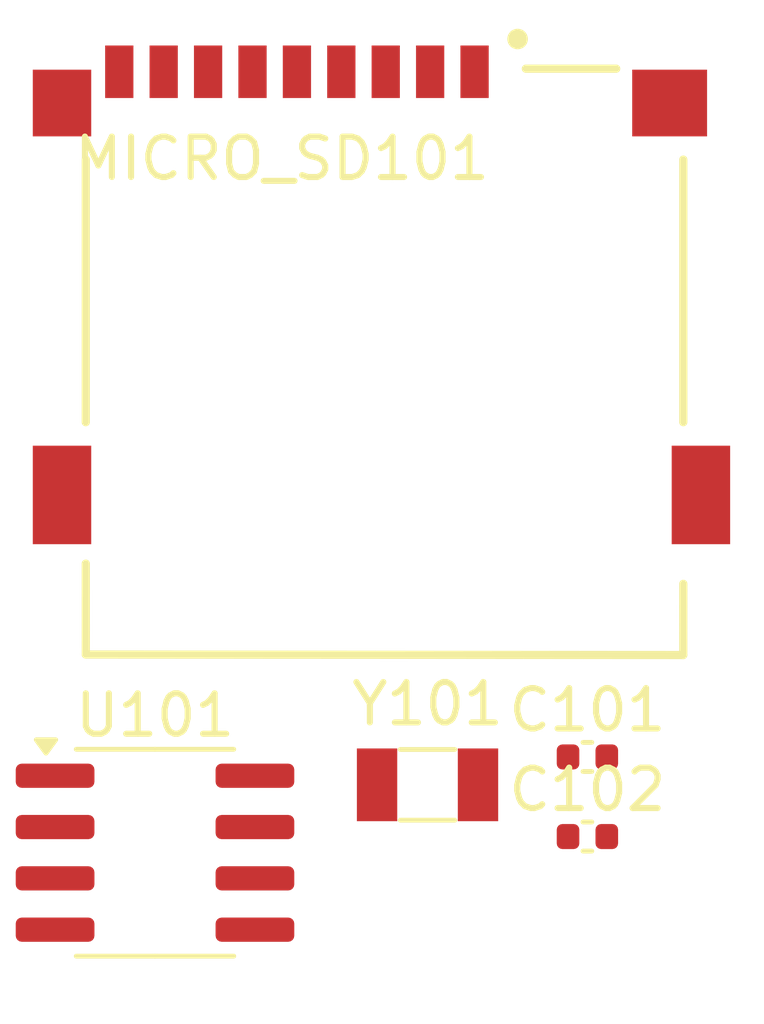
<source format=kicad_pcb>
(kicad_pcb (version 20240108) (generator "pcbnew") (generator_version "8.0")
  (layers (0 "F.Cu" signal) (31 "B.Cu" signal) (34 "B.Paste" user) (35 "F.Paste" user) (36 "B.SilkS" user "B.Silkscreen") (37 "F.SilkS" user "F.Silkscreen") (38 "B.Mask" user) (39 "F.Mask" user) (44 "Edge.Cuts" user))
  (net 0 "")
  (net 1 "GND")
  (net 2 "VDD")
  (net 3 "+BATT")
  (net 4 "/SD_MOSI")
  (net 6 "/SD_DET")
  (net 8 "/SD_CLK")
  (net 9 "/SD_MISO")
  (net 10 "/SD_SS")
  (net 11 "/I2C_SDA")
  (net 12 "/I2C_SCL")
  (net 14 "Net-(U101-OSCI)")
  (net 15 "Net-(U101-OSCO)")
  (footprint "Package_SO:SOIC-8_3.9x4.9mm_P1.27mm" (layer "F.Cu") (at 149.21 109.8)
    (property "Reference" "U101" (at 0 -3.4 0) (layer "F.SilkS"))
    (property "Value" "PCF8563T")
    (fp_line (start 0 -2.56) (end -1.95 -2.56) (stroke (width 0.12)) (layer "F.SilkS"))
    (fp_line (start 0 -2.56) (end 1.95 -2.56) (stroke (width 0.12)) (layer "F.SilkS"))
    (fp_line (start 0 2.56) (end -1.95 2.56) (stroke (width 0.12)) (layer "F.SilkS"))
    (fp_line (start 0 2.56) (end 1.95 2.56) (stroke (width 0.12)) (layer "F.SilkS"))
    (fp_poly (pts (xy -2.7 -2.465) (xy -2.94 -2.795) (xy -2.46 -2.795) (xy -2.7 -2.465)) (stroke (width 0.12)) (fill solid) (layer "F.SilkS"))
    (pad "1" smd roundrect (at -2.475 -1.905) (size 1.95 0.6) (layers "F.Cu" "F.Paste" "F.Mask") (net 14 "Net-(U101-OSCI)"))
    (pad "2" smd roundrect (at -2.475 -0.635) (size 1.95 0.6) (layers "F.Cu" "F.Paste" "F.Mask") (net 15 "Net-(U101-OSCO)"))
    (pad "3" smd roundrect (at -2.475 0.635) (size 1.95 0.6) (layers "F.Cu" "F.Paste" "F.Mask"))
    (pad "4" smd roundrect (at -2.475 1.905) (size 1.95 0.6) (layers "F.Cu" "F.Paste" "F.Mask") (net 1 "GND"))
    (pad "5" smd roundrect (at 2.475 1.905) (size 1.95 0.6) (layers "F.Cu" "F.Paste" "F.Mask") (net 11 "/I2C_SDA"))
    (pad "6" smd roundrect (at 2.475 0.635) (size 1.95 0.6) (layers "F.Cu" "F.Paste" "F.Mask") (net 12 "/I2C_SCL"))
    (pad "7" smd roundrect (at 2.475 -0.635) (size 1.95 0.6) (layers "F.Cu" "F.Paste" "F.Mask"))
    (pad "8" smd roundrect (at 2.475 -1.905) (size 1.95 0.6) (layers "F.Cu" "F.Paste" "F.Mask") (net 3 "+BATT"))
  )
  (footprint "WOBCLibrary:TF-01A" (layer "F.Cu") (at 154.895 97.645)
    (property "Reference" "MICRO_SD101" (at -2.54 -5.024 0) (layer "F.SilkS"))
    (property "Value" "TF-01A")
    (fp_line (start -7.4 -5) (end -7.4 1.5) (stroke (width 0.2032)) (layer "F.SilkS"))
    (fp_line (start -7.4 5) (end -7.39902 7.25) (stroke (width 0.2032)) (layer "F.SilkS"))
    (fp_line (start -7.39902 7.25) (end 7.39902 7.2627) (stroke (width 0.2032)) (layer "F.SilkS"))
    (fp_line (start 3.5 -7.25) (end 5.738 -7.25) (stroke (width 0.2032)) (layer "F.SilkS"))
    (fp_line (start 7.39902 7.2627) (end 7.4 5.5) (stroke (width 0.2032)) (layer "F.SilkS"))
    (fp_line (start 7.4 1.5) (end 7.4 -5) (stroke (width 0.2032)) (layer "F.SilkS"))
    (fp_circle (center 3.29565 -7.98449) (end 3.54965 -7.98449) (fill solid) (layer "F.SilkS"))
    (pad "" np_thru_hole circle (at -5.0038 3.5306) (size 0.999997 0.999997) (drill 0.999997) (layers "*.Cu" "*.Mask"))
    (pad "" np_thru_hole circle (at 2.9718 3.5306) (size 0.999997 0.999997) (drill 0.999997) (layers "*.Cu" "*.Mask"))
    (pad "1" smd rect (at 2.2298 -7.1738 90) (size 1.3 0.7) (layers "F.Cu" "F.Paste" "F.Mask"))
    (pad "2" smd rect (at 1.1298 -7.1738 90) (size 1.3 0.7) (layers "F.Cu" "F.Paste" "F.Mask") (net 10 "/SD_SS"))
    (pad "3" smd rect (at 0.0298 -7.1738 90) (size 1.3 0.7) (layers "F.Cu" "F.Paste" "F.Mask") (net 4 "/SD_MOSI"))
    (pad "4" smd rect (at -1.0702 -7.1738 90) (size 1.3 0.7) (layers "F.Cu" "F.Paste" "F.Mask") (net 2 "VDD"))
    (pad "5" smd rect (at -2.1702 -7.1738 90) (size 1.3 0.7) (layers "F.Cu" "F.Paste" "F.Mask") (net 8 "/SD_CLK"))
    (pad "6" smd rect (at -3.2702 -7.1738 90) (size 1.3 0.7) (layers "F.Cu" "F.Paste" "F.Mask") (net 1 "GND"))
    (pad "7" smd rect (at -4.3702 -7.1738 90) (size 1.3 0.7) (layers "F.Cu" "F.Paste" "F.Mask") (net 9 "/SD_MISO"))
    (pad "8" smd rect (at -5.4702 -7.1738 90) (size 1.3 0.7) (layers "F.Cu" "F.Paste" "F.Mask"))
    (pad "CD1" smd rect (at -6.5702 -7.1738 90) (size 1.3 0.7) (layers "F.Cu" "F.Paste" "F.Mask") (net 6 "/SD_DET"))
    (pad "MP1" smd rect (at -7.9886 -6.4 90) (size 1.651 1.4478) (layers "F.Cu" "F.Paste" "F.Mask") (net 1 "GND"))
    (pad "MP2" smd rect (at -7.9886 3.3 90) (size 2.4384 1.4478) (layers "F.Cu" "F.Paste" "F.Mask") (net 1 "GND"))
    (pad "MP3" smd rect (at 7.8362 3.3 90) (size 2.4384 1.4478) (layers "F.Cu" "F.Paste" "F.Mask") (net 1 "GND"))
    (pad "MP4" smd rect (at 7.0612 -6.4 90) (size 1.651 1.8542) (layers "F.Cu" "F.Paste" "F.Mask") (net 1 "GND"))
  )
  (footprint "Capacitor_SMD:C_0402_1005Metric" (layer "F.Cu") (at 159.92 109.4)
    (property "Reference" "C102" (at 0 -1.16 0) (layer "F.SilkS"))
    (property "Value" "100nF")
    (fp_line (start -0.107836 -0.36) (end 0.107836 -0.36) (stroke (width 0.12)) (layer "F.SilkS"))
    (fp_line (start -0.107836 0.36) (end 0.107836 0.36) (stroke (width 0.12)) (layer "F.SilkS"))
    (pad "1" smd roundrect (at -0.48 0) (size 0.56 0.62) (layers "F.Cu" "F.Paste" "F.Mask") (net 1 "GND"))
    (pad "2" smd roundrect (at 0.48 0) (size 0.56 0.62) (layers "F.Cu" "F.Paste" "F.Mask") (net 3 "+BATT"))
  )
  (footprint "Crystal:Crystal_SMD_3215-2Pin_3.2x1.5mm" (layer "F.Cu") (at 155.96 108.12)
    (property "Reference" "Y101" (at 0 -2 0) (layer "F.SilkS"))
    (property "Value" "Crystal")
    (fp_line (start -0.675 -0.875) (end 0.675 -0.875) (stroke (width 0.12)) (layer "F.SilkS"))
    (fp_line (start -0.675 0.875) (end 0.675 0.875) (stroke (width 0.12)) (layer "F.SilkS"))
    (pad "1" smd rect (at 1.25 0) (size 1 1.8) (layers "F.Cu" "F.Paste" "F.Mask") (net 14 "Net-(U101-OSCI)"))
    (pad "2" smd rect (at -1.25 0) (size 1 1.8) (layers "F.Cu" "F.Paste" "F.Mask") (net 15 "Net-(U101-OSCO)"))
  )
  (footprint "Capacitor_SMD:C_0402_1005Metric" (layer "F.Cu") (at 159.92 107.43)
    (property "Reference" "C101" (at 0 -1.16 0) (layer "F.SilkS"))
    (property "Value" "10uF")
    (fp_line (start -0.107836 -0.36) (end 0.107836 -0.36) (stroke (width 0.12)) (layer "F.SilkS"))
    (fp_line (start -0.107836 0.36) (end 0.107836 0.36) (stroke (width 0.12)) (layer "F.SilkS"))
    (pad "1" smd roundrect (at -0.48 0) (size 0.56 0.62) (layers "F.Cu" "F.Paste" "F.Mask") (net 2 "VDD"))
    (pad "2" smd roundrect (at 0.48 0) (size 0.56 0.62) (layers "F.Cu" "F.Paste" "F.Mask") (net 1 "GND"))
  )
)
</source>
